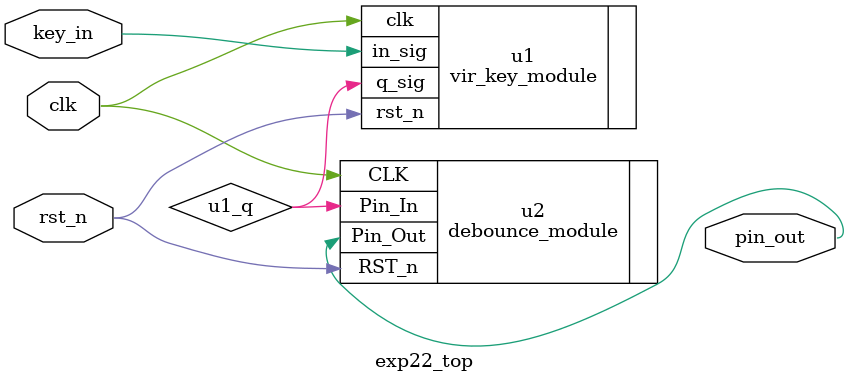
<source format=v>
module exp22_top
(
    input clk,
    input rst_n,
    input key_in,
    output pin_out
);


wire u1_q;

vir_key_module u1
(
    .clk(clk),
    .rst_n(rst_n),
    .in_sig(key_in),
    .q_sig(u1_q)
);


debounce_module u2
(
    .CLK(clk),
    .RST_n(rst_n),
    .Pin_In(u1_q),
    .Pin_Out(pin_out)
);

endmodule

</source>
